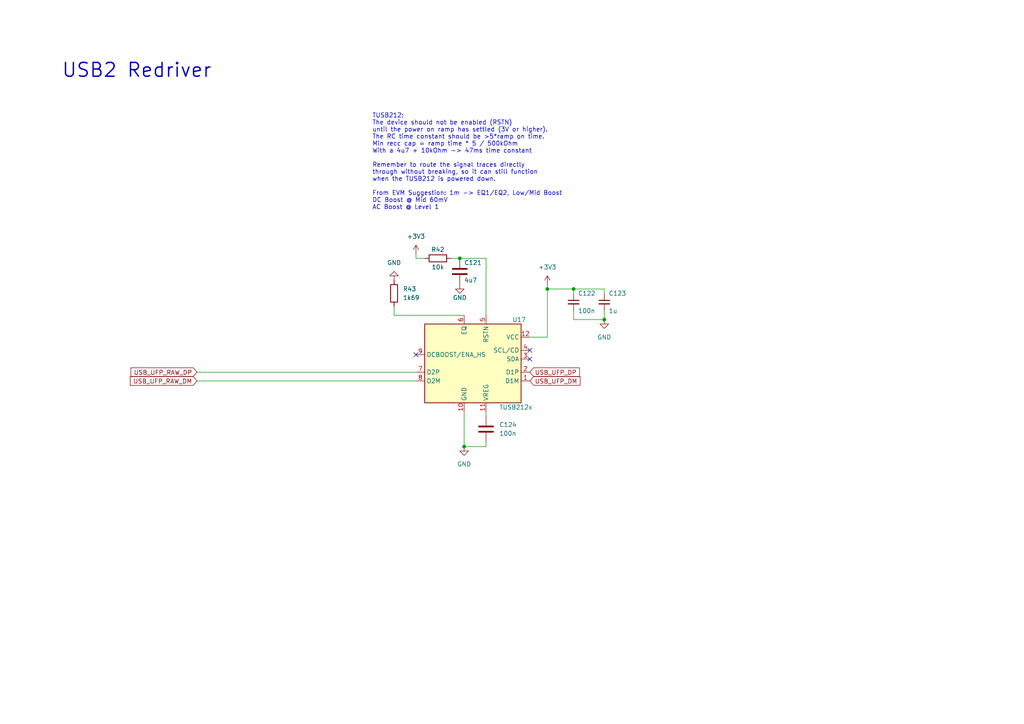
<source format=kicad_sch>
(kicad_sch (version 20230121) (generator eeschema)
  (paper "A4")
  (lib_symbols
    (symbol "CakeUSB:TUSB212x"
      (property "Reference" "U" (at -15.24 12.7 0))
      (property "Value" "TUSB212x" (at 16.51 12.7 0))
      (symbol "TUSB212x_1_1"
        (rectangle (start -13.97 11.43) (end 13.97 -11.43) (stroke (width 0.254)) (fill (type background)))
        (pin bidirectional line (at 16.51 -5.08 180) (length 2.54) (name "D1M") (number "1"))
        (pin power_in line (at -2.54 -13.97 90) (length 2.54) (name "GND") (number "10"))
        (pin output line (at 3.81 -13.97 90) (length 2.54) (name "VREG") (number "11"))
        (pin power_in line (at 16.51 7.62 180) (length 2.54) (name "VCC") (number "12"))
        (pin bidirectional line (at 16.51 -2.54 180) (length 2.54) (name "D1P") (number "2"))
        (pin bidirectional line (at 16.51 1.27 180) (length 2.54) (name "SDA") (number "3"))
        (pin bidirectional line (at 16.51 3.81 180) (length 2.54) (name "SCL/CD") (number "4"))
        (pin input line (at 3.81 13.97 270) (length 2.54) (name "RSTN") (number "5"))
        (pin input line (at -2.54 13.97 270) (length 2.54) (name "EQ") (number "6"))
        (pin bidirectional line (at -16.51 -2.54 0) (length 2.54) (name "D2P") (number "7"))
        (pin bidirectional line (at -16.51 -5.08 0) (length 2.54) (name "D2M") (number "8"))
        (pin bidirectional line (at -16.51 2.54 0) (length 2.54) (name "DCBOOST/ENA_HS") (number "9"))
      )
    )
    (symbol "Device:C" (pin_numbers hide) (pin_names (offset 0.254))
      (property "Reference" "C" (at 0.635 2.54 0))
      (property "Value" "C" (at 0.635 -2.54 0))
      (symbol "C_0_1"
        (polyline (pts (xy -2.032 -0.762) (xy 2.032 -0.762)) (stroke (width 0.508)))
        (polyline (pts (xy -2.032 0.762) (xy 2.032 0.762)) (stroke (width 0.508)))
      )
      (symbol "C_1_1"
        (pin passive line (at 0 3.81 270) (length 2.794) (name "~") (number "1"))
        (pin passive line (at 0 -3.81 90) (length 2.794) (name "~") (number "2"))
      )
    )
    (symbol "Device:C_Small" (pin_numbers hide) (pin_names (offset 0.254) hide)
      (property "Reference" "C" (at 0.254 1.778 0))
      (property "Value" "C_Small" (at 0.254 -2.032 0))
      (symbol "C_Small_0_1"
        (polyline (pts (xy -1.524 -0.508) (xy 1.524 -0.508)) (stroke (width 0.3302)))
        (polyline (pts (xy -1.524 0.508) (xy 1.524 0.508)) (stroke (width 0.3048)))
      )
      (symbol "C_Small_1_1"
        (pin passive line (at 0 2.54 270) (length 2.032) (name "~") (number "1"))
        (pin passive line (at 0 -2.54 90) (length 2.032) (name "~") (number "2"))
      )
    )
    (symbol "Device:R" (pin_numbers hide) (pin_names (offset 0))
      (property "Reference" "R" (at 2.032 0 90))
      (property "Value" "R" (at 0 0 90))
      (symbol "R_0_1"
        (rectangle (start -1.016 -2.54) (end 1.016 2.54) (stroke (width 0.254)))
      )
      (symbol "R_1_1"
        (pin passive line (at 0 3.81 270) (length 1.27) (name "~") (number "1"))
        (pin passive line (at 0 -3.81 90) (length 1.27) (name "~") (number "2"))
      )
    )
    (symbol "power:+3V3" (power) (pin_names (offset 0))
      (property "Value" "+3V3" (at 0 3.556 0))
      (symbol "+3V3_0_1"
        (polyline (pts (xy -0.762 1.27) (xy 0 2.54)))
        (polyline (pts (xy 0 0) (xy 0 2.54)))
        (polyline (pts (xy 0 2.54) (xy 0.762 1.27)))
      )
      (symbol "+3V3_1_1"
        (pin power_in line (at 0 0 90) (length 0) hide (name "+3V3") (number "1"))
      )
    )
    (symbol "power:GND" (power) (pin_names (offset 0))
      (property "Value" "GND" (at 0 -3.81 0))
      (symbol "GND_0_1"
        (polyline (pts (xy 0 0) (xy 0 -1.27) (xy 1.27 -1.27) (xy 0 -2.54) (xy -1.27 -1.27) (xy 0 -1.27)))
      )
      (symbol "GND_1_1"
        (pin power_in line (at 0 0 270) (length 0) hide (name "GND") (number "1"))
      )
    )
  )
  (junction (at 166.37 83.82))
  (junction (at 175.26 92.71))
  (junction (at 133.35 74.93))
  (junction (at 158.75 83.82))
  (junction (at 134.62 129.54))
  (no_connect (at 153.67 104.14))
  (no_connect (at 120.65 102.87))
  (no_connect (at 153.67 101.6))
  (wire (pts (xy 120.65 73.66) (xy 120.65 74.93)))
  (wire (pts (xy 114.3 91.44) (xy 114.3 88.9)))
  (wire (pts (xy 175.26 83.82) (xy 175.26 85.09)))
  (wire (pts (xy 140.97 74.93) (xy 140.97 91.44)))
  (wire (pts (xy 130.81 74.93) (xy 133.35 74.93)))
  (wire (pts (xy 57.15 110.49) (xy 120.65 110.49)))
  (wire (pts (xy 158.75 97.79) (xy 153.67 97.79)))
  (wire (pts (xy 166.37 83.82) (xy 166.37 85.09)))
  (wire (pts (xy 175.26 90.17) (xy 175.26 92.71)))
  (wire (pts (xy 140.97 119.38) (xy 140.97 120.65)))
  (wire (pts (xy 158.75 82.55) (xy 158.75 83.82)))
  (wire (pts (xy 134.62 119.38) (xy 134.62 129.54)))
  (wire (pts (xy 158.75 83.82) (xy 166.37 83.82)))
  (wire (pts (xy 166.37 92.71) (xy 175.26 92.71)))
  (wire (pts (xy 140.97 128.27) (xy 140.97 129.54)))
  (wire (pts (xy 120.65 74.93) (xy 123.19 74.93)))
  (wire (pts (xy 166.37 90.17) (xy 166.37 92.71)))
  (wire (pts (xy 158.75 83.82) (xy 158.75 97.79)))
  (wire (pts (xy 133.35 74.93) (xy 140.97 74.93)))
  (wire (pts (xy 57.15 107.95) (xy 120.65 107.95)))
  (wire (pts (xy 134.62 129.54) (xy 140.97 129.54)))
  (wire (pts (xy 134.62 91.44) (xy 114.3 91.44)))
  (wire (pts (xy 166.37 83.82) (xy 175.26 83.82)))
  (text "USB2 Redriver" (at 17.78 22.86 0) (effects (font (size 4 4) (thickness 0.4) bold) (justify left bottom)))
  (text "TUSB212:\nThe device should not be enabled (RSTN)\nuntil the power on ramp has settled (3V or higher).\nThe RC time constant should be >5*ramp on time.\nMin recc cap = ramp time * 5 / 500kOhm\nWith a 4u7 + 10kOhm -> 47ms time constant\n\nRemember to route the signal traces directly \nthrough without breaking, so it can still function\nwhen the TUSB212 is powered down.\n\nFrom EVM Suggestion: 1m -> EQ1/EQ2, Low/Mid Boost\nDC Boost @ Mid 60mV\nAC Boost @ Level 1" (at 107.95 60.96 0) (effects (font (size 1.27 1.27)) (justify left bottom)))
  (global_label "USB_UFP_RAW_DP" (shape input) (at 57.15 107.95 180) (property "Intersheetrefs" "${INTERSHEET_REFS}" (effects hide)))
  (global_label "USB_UFP_RAW_DM" (shape input) (at 57.15 110.49 180) (property "Intersheetrefs" "${INTERSHEET_REFS}" (effects hide)))
  (global_label "USB_UFP_DM" (shape input) (at 153.67 110.49 0) (property "Intersheetrefs" "${INTERSHEET_REFS}" (effects hide)))
  (global_label "USB_UFP_DP" (shape input) (at 153.67 107.95 0) (property "Intersheetrefs" "${INTERSHEET_REFS}" (effects hide)))
  (symbol (lib_id "power:+3V3") (at 158.75 82.55 0) (unit 1)
    (property "Reference" "#PWR099" (effects hide))
    (property "Value" "+3V3" (at 158.75 77.47 0))
  )
  (symbol (lib_id "Device:C_Small") (at 175.26 87.63 0) (unit 1)
    (property "Reference" "C123" (at 176.53 85.09 0) (effects (justify left)))
    (property "Value" "1u" (at 176.53 90.17 0) (effects (justify left)))
  )
  (symbol (lib_id "Device:C_Small") (at 166.37 87.63 0) (unit 1)
    (property "Reference" "C122" (at 167.64 85.09 0) (effects (justify left)))
    (property "Value" "100n" (at 167.64 90.17 0) (effects (justify left)))
  )
  (symbol (lib_id "Device:R") (at 127 74.93 90) (unit 1)
    (property "Reference" "R42" (at 127 72.39 90))
    (property "Value" "10k" (at 127 77.47 90))
    (property "Footprint" "Resistor_SMD:R_0603_1608Metric" (effects hide))
  )
  (symbol (lib_id "Device:R") (at 114.3 85.09 0) (unit 1)
    (property "Reference" "R43" (at 116.84 83.82 0) (effects (justify left)))
    (property "Value" "1k69" (at 116.84 86.36 0) (effects (justify left)))
  )
  (symbol (lib_id "power:GND") (at 134.62 129.54 0) (unit 1)
    (property "Reference" "#PWR0101" (effects hide))
    (property "Value" "GND" (at 134.62 134.62 0))
  )
  (symbol (lib_id "power:+3V3") (at 120.65 73.66 0) (unit 1)
    (property "Reference" "#PWR092" (effects hide))
    (property "Value" "+3V3" (at 120.65 68.58 0))
  )
  (symbol (lib_id "Device:C") (at 140.97 124.46 0) (unit 1)
    (property "Reference" "C124" (at 144.78 123.19 0) (effects (justify left)))
    (property "Value" "100n" (at 144.78 125.73 0) (effects (justify left)))
  )
  (symbol (lib_id "power:GND") (at 175.26 92.71 0) (unit 1)
    (property "Reference" "#PWR0100" (effects hide))
    (property "Value" "GND" (at 175.26 97.79 0))
  )
  (symbol (lib_id "CakeUSB:TUSB212x") (at 137.16 105.41 0) (unit 1)
    (property "Reference" "U17" (at 148.59 92.71 0) (effects (justify left)))
    (property "Value" "TUSB212x" (at 144.78 118.11 0) (effects (justify left)))
    (property "Datasheet" "https://www.ti.com/lit/ds/symlink/tusb212.pdf" (effects hide))
  )
  (symbol (lib_id "power:GND") (at 133.35 82.55 0) (unit 1)
    (property "Reference" "#PWR098" (effects hide))
    (property "Value" "GND" (at 133.35 86.36 0))
  )
  (symbol (lib_id "power:GND") (at 114.3 81.28 180) (unit 1)
    (property "Reference" "#PWR095" (effects hide))
    (property "Value" "GND" (at 114.3 76.2 0))
  )
  (symbol (lib_id "Device:C") (at 133.35 78.74 0) (unit 1)
    (property "Reference" "C121" (at 134.62 76.2 0) (effects (justify left)))
    (property "Value" "4u7" (at 134.62 81.28 0) (effects (justify left)))
    (property "Footprint" "Capacitor_SMD:C_0603_1608Metric" (effects hide))
  )
)
</source>
